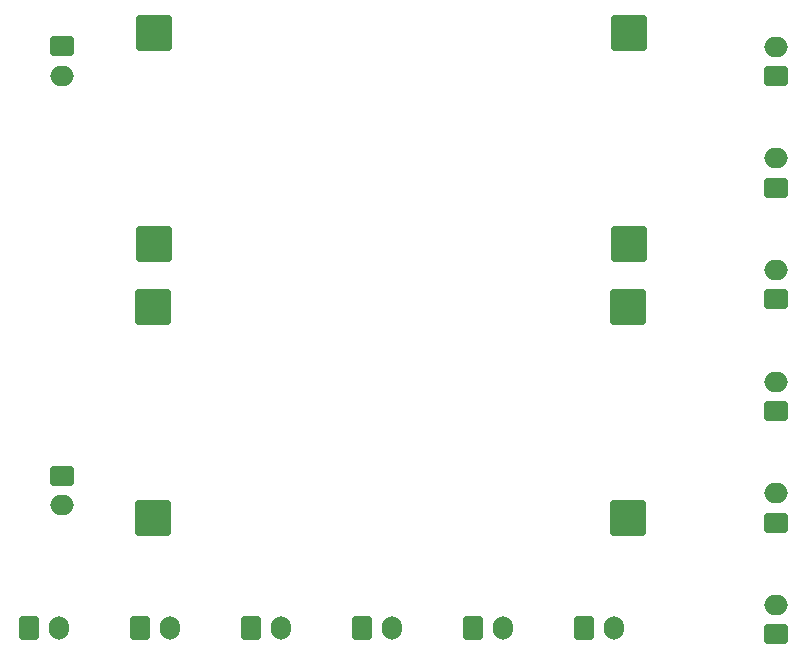
<source format=gbs>
%TF.GenerationSoftware,KiCad,Pcbnew,9.0.2*%
%TF.CreationDate,2025-07-07T17:51:17-07:00*%
%TF.ProjectId,powerBoard,706f7765-7242-46f6-9172-642e6b696361,rev?*%
%TF.SameCoordinates,Original*%
%TF.FileFunction,Soldermask,Bot*%
%TF.FilePolarity,Negative*%
%FSLAX46Y46*%
G04 Gerber Fmt 4.6, Leading zero omitted, Abs format (unit mm)*
G04 Created by KiCad (PCBNEW 9.0.2) date 2025-07-07 17:51:17*
%MOMM*%
%LPD*%
G01*
G04 APERTURE LIST*
G04 Aperture macros list*
%AMRoundRect*
0 Rectangle with rounded corners*
0 $1 Rounding radius*
0 $2 $3 $4 $5 $6 $7 $8 $9 X,Y pos of 4 corners*
0 Add a 4 corners polygon primitive as box body*
4,1,4,$2,$3,$4,$5,$6,$7,$8,$9,$2,$3,0*
0 Add four circle primitives for the rounded corners*
1,1,$1+$1,$2,$3*
1,1,$1+$1,$4,$5*
1,1,$1+$1,$6,$7*
1,1,$1+$1,$8,$9*
0 Add four rect primitives between the rounded corners*
20,1,$1+$1,$2,$3,$4,$5,0*
20,1,$1+$1,$4,$5,$6,$7,0*
20,1,$1+$1,$6,$7,$8,$9,0*
20,1,$1+$1,$8,$9,$2,$3,0*%
G04 Aperture macros list end*
%ADD10O,2.000000X1.700000*%
%ADD11RoundRect,0.250000X0.750000X-0.600000X0.750000X0.600000X-0.750000X0.600000X-0.750000X-0.600000X0*%
%ADD12RoundRect,0.250000X-0.600000X-0.750000X0.600000X-0.750000X0.600000X0.750000X-0.600000X0.750000X0*%
%ADD13O,1.700000X2.000000*%
%ADD14RoundRect,0.250000X-0.750000X0.600000X-0.750000X-0.600000X0.750000X-0.600000X0.750000X0.600000X0*%
%ADD15RoundRect,0.147638X1.352362X-1.352362X1.352362X1.352362X-1.352362X1.352362X-1.352362X-1.352362X0*%
G04 APERTURE END LIST*
D10*
%TO.C,SW2*%
X78469000Y-55092000D03*
D11*
X78469000Y-57592000D03*
%TD*%
%TO.C,SW6*%
X78469000Y-19786000D03*
D10*
X78469000Y-17286000D03*
%TD*%
D11*
%TO.C,SW5*%
X78469000Y-29242000D03*
D10*
X78469000Y-26742000D03*
%TD*%
D11*
%TO.C,SW4*%
X78469000Y-38692000D03*
D10*
X78469000Y-36192000D03*
%TD*%
D11*
%TO.C,SW3*%
X78469000Y-48142000D03*
D10*
X78469000Y-45642000D03*
%TD*%
D11*
%TO.C,SW1*%
X78469000Y-67036000D03*
D10*
X78469000Y-64536000D03*
%TD*%
D12*
%TO.C,SG90*%
X24638000Y-66548000D03*
D13*
X27138000Y-66548000D03*
%TD*%
D12*
%TO.C,HBRIDGE_2*%
X62230000Y-66548000D03*
D13*
X64730000Y-66548000D03*
%TD*%
D12*
%TO.C,HBRIDGE_1*%
X52832000Y-66548000D03*
D13*
X55332000Y-66548000D03*
%TD*%
D12*
%TO.C,HALLSENSOR1*%
X15260000Y-66548000D03*
D13*
X17760000Y-66548000D03*
%TD*%
D12*
%TO.C,ESP32PWR1*%
X34036000Y-66548000D03*
D13*
X36536000Y-66548000D03*
%TD*%
D12*
%TO.C,DS3235*%
X43434000Y-66548000D03*
D13*
X45934000Y-66548000D03*
%TD*%
D14*
%TO.C,BT2*%
X18034000Y-17272000D03*
D10*
X18034000Y-19772000D03*
%TD*%
D14*
%TO.C,BT1*%
X18034000Y-53634000D03*
D10*
X18034000Y-56134000D03*
%TD*%
D15*
%TO.C,U2*%
X25806400Y-16154400D03*
X25806400Y-34036000D03*
X66040000Y-34036000D03*
X66040000Y-16154400D03*
%TD*%
%TO.C,U1*%
X25755600Y-39344600D03*
X25755600Y-57226200D03*
X65989200Y-57226200D03*
X65989200Y-39344600D03*
%TD*%
M02*

</source>
